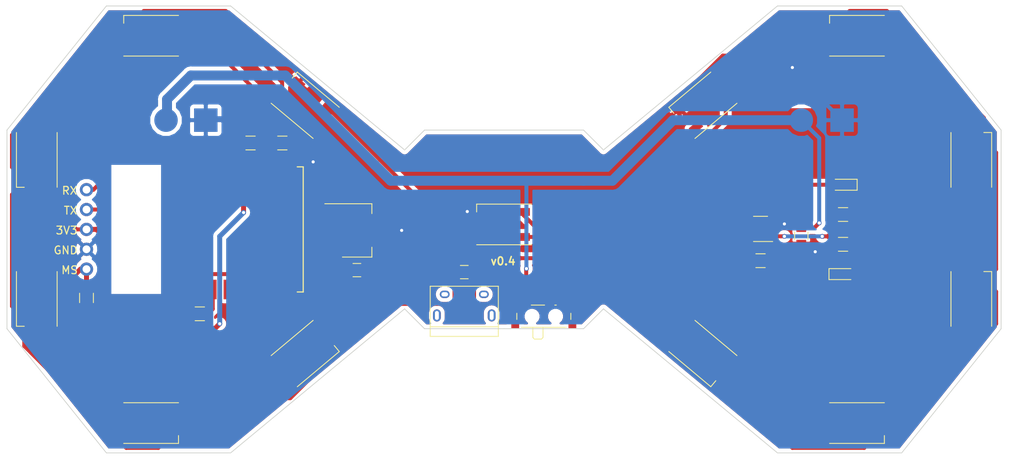
<source format=kicad_pcb>
(kicad_pcb (version 20171130) (host pcbnew "(5.0.1-3-g963ef8bb5)")
  (layers (0 F.Cu signal) (31 B.Cu signal) (34 B.Paste user hide) (35 F.Paste user hide) (36 B.SilkS user) (37 F.SilkS user) (38 B.Mask user) (39 F.Mask user) (44 Edge.Cuts user))
  (net 0 "")
  (net 1 GND)
  (net 2 +3V3)
  (net 3 "Net-(J1-Pad6)")
  (net 4 "Net-(J2-Pad1)")
  (net 5 "Net-(J4-Pad1)")
  (net 6 "Net-(LED1-Pad2)")
  (net 7 "Net-(LED2-Pad2)")
  (net 8 "Net-(LED3-Pad2)")
  (net 9 "Net-(LED4-Pad2)")
  (net 10 "Net-(LED5-Pad2)")
  (net 11 "Net-(LED6-Pad2)")
  (net 12 "Net-(LED7-Pad2)")
  (net 13 "Net-(LED8-Pad2)")
  (net 14 "Net-(LED10-Pad4)")
  (net 15 "Net-(LED10-Pad2)")
  (net 16 "Net-(LED11-Pad2)")
  (net 17 "Net-(LED12-Pad2)")
  (net 18 "Net-(R2-Pad1)")
  (net 19 "Net-(10uF1-Pad1)")
  (net 20 "Net-(10uF2-Pad1)")
  (net 21 "Net-(R470-Pad1)")
  (net 22 "Net-(D1-Pad1)")
  (net 23 "Net-(D2-Pad2)")
  (net 24 +BATT)
  (net 25 "Net-(J5-Pad1)")
  (net 26 LED_SIG)
  (net 27 "Net-(R1-Pad2)")
  (net 28 "Net-(R3-Pad1)")
  (net 29 "Net-(R5-Pad2)")
  (module LEDs:LED_WS2812B-PLCC4 (layer F.Cu) (at 50.8 57.15 40)
    (fp_text reference LED1 hide)
    (fp_text value WS2812B)
    (pad 3 smd rect (at 2.5 1.6 40) (size 1.6 1) (layers F.Cu F.Paste F.Mask) (net 1 GND))
    (pad 4 smd rect (at 2.5 -1.6 40) (size 1.6 1) (layers F.Cu F.Paste F.Mask) (net 26 LED_SIG))
    (pad 2 smd rect (at -2.5 1.6 40) (size 1.6 1) (layers F.Cu F.Paste F.Mask) (net 6 "Net-(LED1-Pad2)"))
    (pad 1 smd rect (at -2.5 -1.6 40) (size 1.6 1) (layers F.Cu F.Paste F.Mask) (net 24 +BATT))
  )
  (module LEDs:LED_WS2812B-PLCC4 (layer F.Cu) (at 31.115 66.04)
    (fp_text reference LED2 hide)
    (fp_text value WS2812B)
    (pad 3 smd rect (at 2.5 1.6) (size 1.6 1) (layers F.Cu F.Paste F.Mask) (net 1 GND))
    (pad 4 smd rect (at 2.5 -1.6) (size 1.6 1) (layers F.Cu F.Paste F.Mask) (net 6 "Net-(LED1-Pad2)"))
    (pad 2 smd rect (at -2.5 1.6) (size 1.6 1) (layers F.Cu F.Paste F.Mask) (net 7 "Net-(LED2-Pad2)"))
    (pad 1 smd rect (at -2.5 -1.6) (size 1.6 1) (layers F.Cu F.Paste F.Mask) (net 24 +BATT))
  )
  (module LEDs:LED_WS2812B-PLCC4 (layer F.Cu) (at 16.51 50.165 270)
    (fp_text reference LED3 hide)
    (fp_text value WS2812B)
    (pad 3 smd rect (at 2.5 1.6 270) (size 1.6 1) (layers F.Cu F.Paste F.Mask) (net 1 GND))
    (pad 4 smd rect (at 2.5 -1.6 270) (size 1.6 1) (layers F.Cu F.Paste F.Mask) (net 7 "Net-(LED2-Pad2)"))
    (pad 2 smd rect (at -2.5 1.6 270) (size 1.6 1) (layers F.Cu F.Paste F.Mask) (net 8 "Net-(LED3-Pad2)"))
    (pad 1 smd rect (at -2.5 -1.6 270) (size 1.6 1) (layers F.Cu F.Paste F.Mask) (net 24 +BATT))
  )
  (module LEDs:LED_WS2812B-PLCC4 (layer F.Cu) (at 16.51 32.385 270)
    (fp_text reference LED4 hide)
    (fp_text value WS2812B)
    (pad 3 smd rect (at 2.5 1.6 270) (size 1.6 1) (layers F.Cu F.Paste F.Mask) (net 1 GND))
    (pad 4 smd rect (at 2.5 -1.6 270) (size 1.6 1) (layers F.Cu F.Paste F.Mask) (net 8 "Net-(LED3-Pad2)"))
    (pad 2 smd rect (at -2.5 1.6 270) (size 1.6 1) (layers F.Cu F.Paste F.Mask) (net 9 "Net-(LED4-Pad2)"))
    (pad 1 smd rect (at -2.5 -1.6 270) (size 1.6 1) (layers F.Cu F.Paste F.Mask) (net 24 +BATT))
  )
  (module LEDs:LED_WS2812B-PLCC4 (layer F.Cu) (at 31.115 16.51 180)
    (fp_text reference LED5 hide)
    (fp_text value WS2812B)
    (pad 3 smd rect (at 2.5 1.6 180) (size 1.6 1) (layers F.Cu F.Paste F.Mask) (net 1 GND))
    (pad 4 smd rect (at 2.5 -1.6 180) (size 1.6 1) (layers F.Cu F.Paste F.Mask) (net 9 "Net-(LED4-Pad2)"))
    (pad 2 smd rect (at -2.5 1.6 180) (size 1.6 1) (layers F.Cu F.Paste F.Mask) (net 10 "Net-(LED5-Pad2)"))
    (pad 1 smd rect (at -2.5 -1.6 180) (size 1.6 1) (layers F.Cu F.Paste F.Mask) (net 24 +BATT))
  )
  (module LEDs:LED_WS2812B-PLCC4 (layer F.Cu) (at 50.8 25.4 140)
    (fp_text reference LED6 hide)
    (fp_text value WS2812B)
    (pad 3 smd rect (at 2.5 1.6 140) (size 1.6 1) (layers F.Cu F.Paste F.Mask) (net 1 GND))
    (pad 4 smd rect (at 2.5 -1.6 140) (size 1.6 1) (layers F.Cu F.Paste F.Mask) (net 10 "Net-(LED5-Pad2)"))
    (pad 2 smd rect (at -2.5 1.6 140) (size 1.6 1) (layers F.Cu F.Paste F.Mask) (net 11 "Net-(LED6-Pad2)"))
    (pad 1 smd rect (at -2.5 -1.6 140) (size 1.6 1) (layers F.Cu F.Paste F.Mask) (net 24 +BATT))
  )
  (module LEDs:LED_WS2812B-PLCC4 (layer F.Cu) (at 76.2 40.64 180)
    (fp_text reference LED7 hide)
    (fp_text value WS2812B)
    (pad 3 smd rect (at 2.5 1.6 180) (size 1.6 1) (layers F.Cu F.Paste F.Mask) (net 1 GND))
    (pad 4 smd rect (at 2.5 -1.6 180) (size 1.6 1) (layers F.Cu F.Paste F.Mask) (net 11 "Net-(LED6-Pad2)"))
    (pad 2 smd rect (at -2.5 1.6 180) (size 1.6 1) (layers F.Cu F.Paste F.Mask) (net 12 "Net-(LED7-Pad2)"))
    (pad 1 smd rect (at -2.5 -1.6 180) (size 1.6 1) (layers F.Cu F.Paste F.Mask) (net 24 +BATT))
  )
  (module LEDs:LED_WS2812B-PLCC4 (layer F.Cu) (at 101.6 25.4 220)
    (fp_text reference LED8 hide)
    (fp_text value WS2812B)
    (pad 3 smd rect (at 2.5 1.6 220) (size 1.6 1) (layers F.Cu F.Paste F.Mask) (net 1 GND))
    (pad 4 smd rect (at 2.5 -1.6 220) (size 1.6 1) (layers F.Cu F.Paste F.Mask) (net 12 "Net-(LED7-Pad2)"))
    (pad 2 smd rect (at -2.5 1.6 220) (size 1.6 1) (layers F.Cu F.Paste F.Mask) (net 13 "Net-(LED8-Pad2)"))
    (pad 1 smd rect (at -2.5 -1.6 220) (size 1.6 1) (layers F.Cu F.Paste F.Mask) (net 24 +BATT))
  )
  (module LEDs:LED_WS2812B-PLCC4 (layer F.Cu) (at 121.285 16.51 180)
    (fp_text reference LED9 hide)
    (fp_text value WS2812B)
    (pad 3 smd rect (at 2.5 1.6 180) (size 1.6 1) (layers F.Cu F.Paste F.Mask) (net 1 GND))
    (pad 4 smd rect (at 2.5 -1.6 180) (size 1.6 1) (layers F.Cu F.Paste F.Mask) (net 13 "Net-(LED8-Pad2)"))
    (pad 2 smd rect (at -2.5 1.6 180) (size 1.6 1) (layers F.Cu F.Paste F.Mask) (net 14 "Net-(LED10-Pad4)"))
    (pad 1 smd rect (at -2.5 -1.6 180) (size 1.6 1) (layers F.Cu F.Paste F.Mask) (net 24 +BATT))
  )
  (module Buttons_Switches_SMD:SW_SPDT_PCM12 (layer F.Cu) (at 81.28 52.07)
    (fp_text reference SW1 hide)
    (fp_text value SW_SPDT)
    (pad "" np_thru_hole circle (at -1.5 0.33) (size 0.9 0.9) (drill 0.9) (layers *.Cu *.Mask))
    (pad "" np_thru_hole circle (at 1.5 0.33) (size 0.9 0.9) (drill 0.9) (layers *.Cu *.Mask))
    (pad 1 smd rect (at -2.25 -1.43) (size 0.7 1.5) (layers F.Cu F.Paste F.Mask) (net 20 "Net-(10uF2-Pad1)"))
    (pad 2 smd rect (at 0.75 -1.43) (size 0.7 1.5) (layers F.Cu F.Paste F.Mask) (net 24 +BATT))
    (pad 3 smd rect (at 2.25 -1.43) (size 0.7 1.5) (layers F.Cu F.Paste F.Mask))
    (pad "" smd rect (at -3.65 1.43) (size 1 0.8) (layers F.Cu F.Paste F.Mask))
    (pad "" smd rect (at 3.65 1.43) (size 1 0.8) (layers F.Cu F.Paste F.Mask))
    (pad "" smd rect (at 3.65 -0.78) (size 1 0.8) (layers F.Cu F.Paste F.Mask))
    (pad "" smd rect (at -3.65 -0.78) (size 1 0.8) (layers F.Cu F.Paste F.Mask))
  )
  (module LEDs:LED_WS2812B-PLCC4 (layer F.Cu) (at 135.89 32.385 90)
    (fp_text reference LED10 hide)
    (fp_text value WS2812B)
    (pad 3 smd rect (at 2.5 1.6 90) (size 1.6 1) (layers F.Cu F.Paste F.Mask) (net 1 GND))
    (pad 4 smd rect (at 2.5 -1.6 90) (size 1.6 1) (layers F.Cu F.Paste F.Mask) (net 14 "Net-(LED10-Pad4)"))
    (pad 2 smd rect (at -2.5 1.6 90) (size 1.6 1) (layers F.Cu F.Paste F.Mask) (net 15 "Net-(LED10-Pad2)"))
    (pad 1 smd rect (at -2.5 -1.6 90) (size 1.6 1) (layers F.Cu F.Paste F.Mask) (net 24 +BATT))
  )
  (module LEDs:LED_WS2812B-PLCC4 (layer F.Cu) (at 135.89 50.165 90)
    (fp_text reference LED11 hide)
    (fp_text value WS2812B)
    (pad 3 smd rect (at 2.5 1.6 90) (size 1.6 1) (layers F.Cu F.Paste F.Mask) (net 1 GND))
    (pad 4 smd rect (at 2.5 -1.6 90) (size 1.6 1) (layers F.Cu F.Paste F.Mask) (net 15 "Net-(LED10-Pad2)"))
    (pad 2 smd rect (at -2.5 1.6 90) (size 1.6 1) (layers F.Cu F.Paste F.Mask) (net 16 "Net-(LED11-Pad2)"))
    (pad 1 smd rect (at -2.5 -1.6 90) (size 1.6 1) (layers F.Cu F.Paste F.Mask) (net 24 +BATT))
  )
  (module LEDs:LED_WS2812B-PLCC4 (layer F.Cu) (at 121.285 66.04)
    (fp_text reference LED12 hide)
    (fp_text value WS2812B)
    (pad 3 smd rect (at 2.5 1.6) (size 1.6 1) (layers F.Cu F.Paste F.Mask) (net 1 GND))
    (pad 4 smd rect (at 2.5 -1.6) (size 1.6 1) (layers F.Cu F.Paste F.Mask) (net 16 "Net-(LED11-Pad2)"))
    (pad 2 smd rect (at -2.5 1.6) (size 1.6 1) (layers F.Cu F.Paste F.Mask) (net 17 "Net-(LED12-Pad2)"))
    (pad 1 smd rect (at -2.5 -1.6) (size 1.6 1) (layers F.Cu F.Paste F.Mask) (net 24 +BATT))
  )
  (module LEDs:LED_WS2812B-PLCC4 (layer F.Cu) (at 101.6 57.15 320)
    (fp_text reference LED13 hide)
    (fp_text value WS2812B)
    (pad 3 smd rect (at 2.5 1.6 320) (size 1.6 1) (layers F.Cu F.Paste F.Mask) (net 1 GND))
    (pad 4 smd rect (at 2.5 -1.6 320) (size 1.6 1) (layers F.Cu F.Paste F.Mask) (net 17 "Net-(LED12-Pad2)"))
    (pad 2 smd rect (at -2.5 1.6 320) (size 1.6 1) (layers F.Cu F.Paste F.Mask))
    (pad 1 smd rect (at -2.5 -1.6 320) (size 1.6 1) (layers F.Cu F.Paste F.Mask) (net 24 +BATT))
  )
  (module Measurement_Points:Measurement_Point_Round-SMD-Pad_Big (layer F.Cu) (at 114.173 27.305)
    (fp_text reference J8 hide)
    (fp_text value VBATT1)
    (pad 1 smd circle (at 0 0) (size 3 3) (layers B.Cu B.Mask) (net 20 "Net-(10uF2-Pad1)"))
  )
  (module Measurement_Points:Measurement_Point_Round-SMD-Pad_Big (layer F.Cu) (at 33.02 27.305)
    (fp_text reference J9 hide)
    (fp_text value VBATT2)
    (pad 1 smd circle (at 0 0) (size 3 3) (layers B.Cu B.Mask) (net 20 "Net-(10uF2-Pad1)"))
  )
  (module TO_SOT_Packages_SMD:SOT-223 (layer F.Cu) (at 57.404 41.402)
    (fp_text reference U2 hide)
    (fp_text value MCP1826S-3302E)
    (pad 4 smd rect (at 3.15 0) (size 2 3.8) (layers F.Cu F.Paste F.Mask) (net 1 GND))
    (pad 2 smd rect (at -3.15 0) (size 2 1.5) (layers F.Cu F.Paste F.Mask) (net 1 GND))
    (pad 3 smd rect (at -3.15 2.3) (size 2 1.5) (layers F.Cu F.Paste F.Mask) (net 2 +3V3))
    (pad 1 smd rect (at -3.15 -2.3) (size 2 1.5) (layers F.Cu F.Paste F.Mask) (net 24 +BATT))
  )
  (module Measurement_Points:Measurement_Point_Square-SMD-Pad_Big (layer F.Cu) (at 119.38 27.305)
    (fp_text reference J6 hide)
    (fp_text value GND_BATT1)
    (pad 1 smd rect (at 0 0) (size 3 3) (layers B.Cu B.Mask) (net 1 GND))
  )
  (module Measurement_Points:Measurement_Point_Square-SMD-Pad_Big (layer F.Cu) (at 38.1 27.305)
    (fp_text reference J7 hide)
    (fp_text value GND_BATT2)
    (pad 1 smd rect (at 0 0) (size 3 3) (layers B.Cu B.Mask) (net 1 GND))
  )
  (module ESP8266:ESP-12E_SMD (layer F.Cu) (at 34.925 48.26 90)
    (fp_text reference U3 hide)
    (fp_text value ESP-12F hide)
    (pad 1 smd rect (at 0 0 90) (size 2.5 1.1) (drill (offset -0.7 0)) (layers F.Cu F.Paste F.Mask))
    (pad 2 smd rect (at 0 2 90) (size 2.5 1.1) (drill (offset -0.7 0)) (layers F.Cu F.Paste F.Mask))
    (pad 3 smd rect (at 0 4 90) (size 2.5 1.1) (drill (offset -0.7 0)) (layers F.Cu F.Paste F.Mask) (net 27 "Net-(R1-Pad2)"))
    (pad 4 smd rect (at 0 6 90) (size 2.5 1.1) (drill (offset -0.7 0)) (layers F.Cu F.Paste F.Mask))
    (pad 5 smd rect (at 0 8 90) (size 2.5 1.1) (drill (offset -0.7 0)) (layers F.Cu F.Paste F.Mask))
    (pad 6 smd rect (at 0 10 90) (size 2.5 1.1) (drill (offset -0.7 0)) (layers F.Cu F.Paste F.Mask) (net 26 LED_SIG))
    (pad 7 smd rect (at 0 12 90) (size 2.5 1.1) (drill (offset -0.7 0)) (layers F.Cu F.Paste F.Mask))
    (pad 8 smd rect (at 0 14 90) (size 2.5 1.1) (drill (offset -0.7 0)) (layers F.Cu F.Paste F.Mask) (net 2 +3V3))
    (pad 9 smd rect (at 14 14 90) (size 2.5 1.1) (drill (offset 0.7 0)) (layers F.Cu F.Paste F.Mask) (net 1 GND))
    (pad 10 smd rect (at 14 12 90) (size 2.5 1.1) (drill (offset 0.7 0)) (layers F.Cu F.Paste F.Mask) (net 28 "Net-(R3-Pad1)"))
    (pad 11 smd rect (at 14 10 90) (size 2.5 1.1) (drill (offset 0.7 0)) (layers F.Cu F.Paste F.Mask) (net 29 "Net-(R5-Pad2)"))
    (pad 12 smd rect (at 14 8 90) (size 2.5 1.1) (drill (offset 0.7 0)) (layers F.Cu F.Paste F.Mask) (net 25 "Net-(J5-Pad1)"))
    (pad 13 smd rect (at 14 6 90) (size 2.5 1.1) (drill (offset 0.7 0)) (layers F.Cu F.Paste F.Mask))
    (pad 14 smd rect (at 14 4 90) (size 2.5 1.1) (drill (offset 0.7 0)) (layers F.Cu F.Paste F.Mask))
    (pad 15 smd rect (at 14 2 90) (size 2.5 1.1) (drill (offset 0.7 0)) (layers F.Cu F.Paste F.Mask) (net 4 "Net-(J2-Pad1)"))
    (pad 16 smd rect (at 14 0 90) (size 2.5 1.1) (drill (offset 0.7 0)) (layers F.Cu F.Paste F.Mask) (net 5 "Net-(J4-Pad1)"))
    (pad 17 smd rect (at 1.99 15 180) (size 2.5 1.1) (drill (offset -0.7 0)) (layers F.Cu F.Paste F.Mask))
    (pad 18 smd rect (at 3.99 15 180) (size 2.5 1.1) (drill (offset -0.7 0)) (layers F.Cu F.Paste F.Mask))
    (pad 19 smd rect (at 5.99 15 180) (size 2.5 1.1) (drill (offset -0.7 0)) (layers F.Cu F.Paste F.Mask))
    (pad 20 smd rect (at 7.99 15 180) (size 2.5 1.1) (drill (offset -0.7 0)) (layers F.Cu F.Paste F.Mask))
    (pad 21 smd rect (at 9.99 15 180) (size 2.5 1.1) (drill (offset -0.7 0)) (layers F.Cu F.Paste F.Mask))
    (pad 22 smd rect (at 11.99 15 180) (size 2.5 1.1) (drill (offset -0.7 0)) (layers F.Cu F.Paste F.Mask))
  )
  (module TO_SOT_Packages_SMD:SOT-23-5 (layer F.Cu) (at 108.966 41.2115 180)
    (fp_text reference U1 hide)
    (fp_text value MCP73831-2-OT)
    (pad 1 smd rect (at -1.1 -0.95 180) (size 1.06 0.65) (layers F.Cu F.Paste F.Mask) (net 21 "Net-(R470-Pad1)"))
    (pad 2 smd rect (at -1.1 0 180) (size 1.06 0.65) (layers F.Cu F.Paste F.Mask) (net 1 GND))
    (pad 3 smd rect (at -1.1 0.95 180) (size 1.06 0.65) (layers F.Cu F.Paste F.Mask) (net 20 "Net-(10uF2-Pad1)"))
    (pad 4 smd rect (at 1.1 0.95 180) (size 1.06 0.65) (layers F.Cu F.Paste F.Mask) (net 19 "Net-(10uF1-Pad1)"))
    (pad 5 smd rect (at 1.1 -0.95 180) (size 1.06 0.65) (layers F.Cu F.Paste F.Mask) (net 18 "Net-(R2-Pad1)"))
  )
  (module Capacitors_SMD:C_0805 (layer F.Cu) (at 57.404 46.482)
    (fp_text reference 1uF3 hide)
    (fp_text value C)
    (pad 1 smd rect (at -1 0) (size 1 1.25) (layers F.Cu F.Paste F.Mask) (net 2 +3V3))
    (pad 2 smd rect (at 1 0) (size 1 1.25) (layers F.Cu F.Paste F.Mask) (net 1 GND))
  )
  (module Capacitors_SMD:C_0805 (layer F.Cu) (at 71.12 46.736)
    (fp_text reference 10uF1 hide)
    (fp_text value C)
    (pad 1 smd rect (at -1 0) (size 1 1.25) (layers F.Cu F.Paste F.Mask) (net 19 "Net-(10uF1-Pad1)"))
    (pad 2 smd rect (at 1 0) (size 1 1.25) (layers F.Cu F.Paste F.Mask) (net 1 GND))
  )
  (module Capacitors_SMD:C_0805 (layer F.Cu) (at 114.173 42.1005 270)
    (fp_text reference 10uF2 hide)
    (fp_text value C)
    (pad 1 smd rect (at -1 0 270) (size 1 1.25) (layers F.Cu F.Paste F.Mask) (net 20 "Net-(10uF2-Pad1)"))
    (pad 2 smd rect (at 1 0 270) (size 1 1.25) (layers F.Cu F.Paste F.Mask) (net 1 GND))
  )
  (module LEDs:LED_0805 (layer F.Cu) (at 119.507 35.56 180)
    (fp_text reference D1 hide)
    (fp_text value LED)
    (pad 2 smd rect (at 1.1 0) (size 1.2 1.2) (layers F.Cu F.Paste F.Mask) (net 19 "Net-(10uF1-Pad1)"))
    (pad 1 smd rect (at -1.1 0) (size 1.2 1.2) (layers F.Cu F.Paste F.Mask) (net 22 "Net-(D1-Pad1)"))
  )
  (module LEDs:LED_0805 (layer F.Cu) (at 119.507 46.99)
    (fp_text reference D2 hide)
    (fp_text value LED)
    (pad 2 smd rect (at 1.1 0 180) (size 1.2 1.2) (layers F.Cu F.Paste F.Mask) (net 23 "Net-(D2-Pad2)"))
    (pad 1 smd rect (at -1.1 0 180) (size 1.2 1.2) (layers F.Cu F.Paste F.Mask) (net 1 GND))
  )
  (module Connectors:USB_Micro-B (layer F.Cu) (at 71.12 50.927)
    (fp_text reference J1 hide)
    (fp_text value USB_OTG)
    (pad 1 smd rect (at -1.3 -1.35 90) (size 1.35 0.4) (layers F.Cu F.Paste F.Mask) (net 19 "Net-(10uF1-Pad1)"))
    (pad 2 smd rect (at -0.65 -1.35 90) (size 1.35 0.4) (layers F.Cu F.Paste F.Mask))
    (pad 3 smd rect (at 0 -1.35 90) (size 1.35 0.4) (layers F.Cu F.Paste F.Mask))
    (pad 4 smd rect (at 0.65 -1.35 90) (size 1.35 0.4) (layers F.Cu F.Paste F.Mask))
    (pad 5 smd rect (at 1.3 -1.35 90) (size 1.35 0.4) (layers F.Cu F.Paste F.Mask) (net 1 GND))
    (pad 6 thru_hole oval (at -2.5 -1.35 90) (size 0.95 1.25) (drill oval 0.55 0.85) (layers *.Cu *.Mask) (net 3 "Net-(J1-Pad6)"))
    (pad 6 thru_hole oval (at 2.5 -1.35 90) (size 0.95 1.25) (drill oval 0.55 0.85) (layers *.Cu *.Mask) (net 3 "Net-(J1-Pad6)"))
    (pad 6 thru_hole oval (at -3.5 1.35 90) (size 1.55 1) (drill oval 1.15 0.5) (layers *.Cu *.Mask) (net 3 "Net-(J1-Pad6)"))
    (pad 6 thru_hole oval (at 3.5 1.35 90) (size 1.55 1) (drill oval 1.15 0.5) (layers *.Cu *.Mask) (net 3 "Net-(J1-Pad6)"))
  )
  (module Resistors_SMD:R_0805 (layer F.Cu) (at 37.338 52.07)
    (fp_text reference R1 hide)
    (fp_text value 10K)
    (pad 1 smd rect (at -0.95 0) (size 0.7 1.3) (layers F.Cu F.Paste F.Mask) (net 2 +3V3))
    (pad 2 smd rect (at 0.95 0) (size 0.7 1.3) (layers F.Cu F.Paste F.Mask) (net 27 "Net-(R1-Pad2)"))
  )
  (module Resistors_SMD:R_0805 (layer F.Cu) (at 108.966 45.2755)
    (fp_text reference R2 hide)
    (fp_text value 2K)
    (pad 1 smd rect (at -0.95 0) (size 0.7 1.3) (layers F.Cu F.Paste F.Mask) (net 18 "Net-(R2-Pad1)"))
    (pad 2 smd rect (at 0.95 0) (size 0.7 1.3) (layers F.Cu F.Paste F.Mask) (net 1 GND))
  )
  (module Resistors_SMD:R_0805 (layer F.Cu) (at 47.879 30.226)
    (fp_text reference R3 hide)
    (fp_text value 10K)
    (pad 1 smd rect (at -0.95 0) (size 0.7 1.3) (layers F.Cu F.Paste F.Mask) (net 28 "Net-(R3-Pad1)"))
    (pad 2 smd rect (at 0.95 0) (size 0.7 1.3) (layers F.Cu F.Paste F.Mask) (net 1 GND))
  )
  (module Resistors_SMD:R_0805 (layer F.Cu) (at 22.86 50.038 90)
    (fp_text reference R4 hide)
    (fp_text value 10K)
    (pad 1 smd rect (at -0.95 0 90) (size 0.7 1.3) (layers F.Cu F.Paste F.Mask) (net 2 +3V3))
    (pad 2 smd rect (at 0.95 0 90) (size 0.7 1.3) (layers F.Cu F.Paste F.Mask) (net 25 "Net-(J5-Pad1)"))
  )
  (module Resistors_SMD:R_0805 (layer F.Cu) (at 43.815 30.226)
    (fp_text reference R5 hide)
    (fp_text value 10K)
    (pad 1 smd rect (at -0.95 0) (size 0.7 1.3) (layers F.Cu F.Paste F.Mask) (net 2 +3V3))
    (pad 2 smd rect (at 0.95 0) (size 0.7 1.3) (layers F.Cu F.Paste F.Mask) (net 29 "Net-(R5-Pad2)"))
  )
  (module Resistors_SMD:R_0805 (layer F.Cu) (at 119.507 39.37)
    (fp_text reference R470 hide)
    (fp_text value R)
    (pad 1 smd rect (at -0.95 0) (size 0.7 1.3) (layers F.Cu F.Paste F.Mask) (net 21 "Net-(R470-Pad1)"))
    (pad 2 smd rect (at 0.95 0) (size 0.7 1.3) (layers F.Cu F.Paste F.Mask) (net 22 "Net-(D1-Pad1)"))
  )
  (module Resistors_SMD:R_0805 (layer F.Cu) (at 119.507 43.18)
    (fp_text reference R470_1 hide)
    (fp_text value R)
    (pad 1 smd rect (at -0.95 0) (size 0.7 1.3) (layers F.Cu F.Paste F.Mask) (net 21 "Net-(R470-Pad1)"))
    (pad 2 smd rect (at 0.95 0) (size 0.7 1.3) (layers F.Cu F.Paste F.Mask) (net 23 "Net-(D2-Pad2)"))
  )
  (module stephen:Pin_Header_Straight_1x01_Pitch2.54mm_NO_SILK (layer F.Cu) (at 22.86 43.815)
    (fp_text reference J11 hide)
    (fp_text value POGO_GND)
    (pad 1 thru_hole circle (at 0 0) (size 1.7 1.7) (drill 1) (layers *.Cu *.Mask) (net 1 GND))
  )
  (module stephen:Pin_Header_Straight_1x01_Pitch2.54mm_NO_SILK (layer F.Cu) (at 22.86 41.275)
    (fp_text reference J10 hide)
    (fp_text value POGO_3V3)
    (pad 1 thru_hole circle (at 0 0) (size 1.7 1.7) (drill 1) (layers *.Cu *.Mask) (net 2 +3V3))
  )
  (module stephen:Pin_Header_Straight_1x01_Pitch2.54mm_NO_SILK (layer F.Cu) (at 22.86 46.355)
    (fp_text reference J5 hide)
    (fp_text value BOOT2)
    (pad 1 thru_hole circle (at 0 0) (size 1.7 1.7) (drill 1) (layers *.Cu *.Mask) (net 25 "Net-(J5-Pad1)"))
  )
  (module stephen:Pin_Header_Straight_1x01_Pitch2.54mm_NO_SILK (layer F.Cu) (at 22.86 38.735)
    (fp_text reference J4 hide)
    (fp_text value POGO_TX)
    (pad 1 thru_hole circle (at 0 0) (size 1.7 1.7) (drill 1) (layers *.Cu *.Mask) (net 5 "Net-(J4-Pad1)"))
  )
  (module stephen:Pin_Header_Straight_1x01_Pitch2.54mm_NO_SILK (layer F.Cu) (at 22.86 36.195)
    (fp_text reference J2 hide)
    (fp_text value POGO_RX)
    (pad 1 thru_hole circle (at 0 0) (size 1.7 1.7) (drill 1) (layers *.Cu *.Mask) (net 4 "Net-(J2-Pad1)"))
  )
  (module stephen:glowtieTitle (layer F.Cu) (at 76.327 33.655)
    (fp_text reference G*** hide)
    (fp_text value LOGO hide)
  )
  (module stephen:stephenEmblem (layer B.Cu) (at 130.048 41.402 270)
    (fp_text reference G*** hide)
    (fp_text value LOGO hide)
  )
  (gr_text v0.4 (at 76.073 45.339) (layer F.SilkS) (effects (font (size 1 1) (thickness 0.2))))
  (gr_text MS (at 20.701 46.482) (layer F.SilkS) (effects (font (size 1 1))))
  (gr_text GND (at 20.193 43.942) (layer F.SilkS) (effects (font (size 1 1))))
  (gr_text 3V3 (at 20.32 41.402) (layer F.SilkS) (effects (font (size 1 1))))
  (gr_text TX (at 20.828 38.862) (layer F.SilkS) (effects (font (size 1 1))))
  (gr_text RX (at 20.701 36.322) (layer F.SilkS) (effects (font (size 1 1))))
  (gr_line (start 12.7 28.575) (end 12.7 53.975) (angle 90) (layer Edge.Cuts) (width 0.1))
  (gr_line (start 139.7 53.975) (end 139.7 28.575) (angle 90) (layer Edge.Cuts) (width 0.1))
  (gr_line (start 111.125 69.85) (end 88.9 51.435) (angle 90) (layer Edge.Cuts) (width 0.1))
  (gr_line (start 127 69.85) (end 111.125 69.85) (angle 90) (layer Edge.Cuts) (width 0.1))
  (gr_line (start 139.7 53.975) (end 127 69.85) (angle 90) (layer Edge.Cuts) (width 0.1))
  (gr_line (start 111.125 12.7) (end 88.9 31.115) (angle 90) (layer Edge.Cuts) (width 0.1))
  (gr_line (start 127 12.7) (end 111.125 12.7) (angle 90) (layer Edge.Cuts) (width 0.1))
  (gr_line (start 127 12.7) (end 139.7 28.575) (angle 90) (layer Edge.Cuts) (width 0.1))
  (gr_line (start 86.36 28.575) (end 88.9 31.115) (angle 90) (layer Edge.Cuts) (width 0.1))
  (gr_line (start 66.04 28.575) (end 86.36 28.575) (angle 90) (layer Edge.Cuts) (width 0.1))
  (gr_line (start 63.5 31.115) (end 66.04 28.575) (angle 90) (layer Edge.Cuts) (width 0.1))
  (gr_line (start 63.5 31.115) (end 41.275 12.7) (angle 90) (layer Edge.Cuts) (width 0.1))
  (gr_line (start 41.275 69.85) (end 63.5 51.435) (angle 90) (layer Edge.Cuts) (width 0.1))
  (gr_line (start 66.04 53.975) (end 63.5 51.435) (angle 90) (layer Edge.Cuts) (width 0.1))
  (gr_line (start 76.2 53.975) (end 66.04 53.975) (angle 90) (layer Edge.Cuts) (width 0.1))
  (gr_line (start 86.36 53.975) (end 88.9 51.435) (angle 90) (layer Edge.Cuts) (width 0.1))
  (gr_line (start 76.2 53.975) (end 86.36 53.975) (angle 90) (layer Edge.Cuts) (width 0.1))
  (gr_line (start 25.4 12.7) (end 41.275 12.7) (angle 90) (layer Edge.Cuts) (width 0.1))
  (gr_line (start 25.4 69.85) (end 41.275 69.85) (angle 90) (layer Edge.Cuts) (width 0.1))
  (gr_line (start 12.7 53.975) (end 25.4 69.85) (angle 90) (layer Edge.Cuts) (width 0.1))
  (gr_line (start 25.4 12.7) (end 12.7 28.575) (angle 90) (layer Edge.Cuts) (width 0.1))
  (segment (start 110.066 41.2115) (end 111.379 41.2115) (width 0.508) (layer F.Cu) (net 1))
  (segment (start 111.5695 44.1325) (end 115.951 44.1325) (width 0.508) (layer B.Cu) (net 1))
  (segment (start 110.363 42.926) (end 111.5695 44.1325) (width 0.508) (layer B.Cu) (net 1))
  (segment (start 110.363 41.2115) (end 110.363 42.926) (width 0.508) (layer B.Cu) (net 1))
  (segment (start 110.998 40.5765) (end 110.363 41.2115) (width 0.508) (layer B.Cu) (net 1))
  (segment (start 112.014 40.5765) (end 110.998 40.5765) (width 0.508) (layer B.Cu) (net 1))
  (via (at 112.014 40.5765) (size 0.6) (drill 0.4) (layers F.Cu B.Cu) (net 1))
  (segment (start 111.379 41.2115) (end 112.014 40.5765) (width 0.508) (layer F.Cu) (net 1))
  (segment (start 115.205 44.1325) (end 115.951 44.1325) (width 0.508) (layer F.Cu) (net 1))
  (via (at 115.951 44.1325) (size 0.6) (drill 0.4) (layers F.Cu B.Cu) (net 1))
  (segment (start 119.34825 27.33675) (end 119.38 27.305) (width 0.508) (layer B.Cu) (net 1))
  (segment (start 73.7 39.04) (end 76.276 39.04) (width 0.508) (layer F.Cu) (net 1))
  (segment (start 98.656429 29.867571) (end 98.656429 25.781298) (width 0.508) (layer F.Cu) (net 1))
  (segment (start 89.154 39.37) (end 98.656429 29.867571) (width 0.508) (layer F.Cu) (net 1))
  (segment (start 81.407 39.37) (end 89.154 39.37) (width 0.508) (layer F.Cu) (net 1))
  (segment (start 79.883 37.846) (end 81.407 39.37) (width 0.508) (layer F.Cu) (net 1))
  (segment (start 77.47 37.846) (end 79.883 37.846) (width 0.508) (layer F.Cu) (net 1))
  (segment (start 76.276 39.04) (end 77.47 37.846) (width 0.508) (layer F.Cu) (net 1))
  (segment (start 115.205 44.1325) (end 114.173 43.1005) (width 0.508) (layer F.Cu) (net 1))
  (segment (start 65.151 50.927) (end 72.136 50.927) (width 0.254) (layer F.Cu) (net 1))
  (segment (start 65.151 50.927) (end 59.585273 50.927) (width 0.254) (layer F.Cu) (net 1))
  (segment (start 53.743571 56.768702) (end 59.585273 50.927) (width 0.254) (layer F.Cu) (net 1))
  (segment (start 72.42 50.643) (end 72.42 49.577) (width 0.254) (layer F.Cu) (net 1))
  (segment (start 72.136 50.927) (end 72.42 50.643) (width 0.254) (layer F.Cu) (net 1))
  (segment (start 72.42 49.577) (end 72.42 47.036) (width 0.254) (layer F.Cu) (net 1))
  (segment (start 72.42 47.036) (end 72.12 46.736) (width 0.254) (layer F.Cu) (net 1))
  (segment (start 73.649 38.989) (end 71.501 38.989) (width 0.635) (layer F.Cu) (net 1))
  (via (at 71.501 38.989) (size 0.6) (drill 0.4) (layers F.Cu B.Cu) (net 1))
  (segment (start 65.532 38.989) (end 71.501 38.989) (width 0.508) (layer B.Cu) (net 1))
  (segment (start 63.119 41.402) (end 65.532 38.989) (width 0.508) (layer B.Cu) (net 1))
  (via (at 63.119 41.402) (size 0.6) (drill 0.4) (layers F.Cu B.Cu) (net 1))
  (segment (start 63.119 41.402) (end 60.554 41.402) (width 0.508) (layer F.Cu) (net 1))
  (segment (start 73.649 38.989) (end 73.7 39.04) (width 0.635) (layer F.Cu) (net 1))
  (segment (start 48.829 30.226) (end 48.829 34.164) (width 0.635) (layer F.Cu) (net 1))
  (segment (start 48.829 34.164) (end 48.925 34.26) (width 0.635) (layer F.Cu) (net 1))
  (segment (start 72.42 47.286) (end 71.87 46.736) (width 0.254) (layer F.Cu) (net 1))
  (segment (start 113.03 20.574) (end 113.03 20.955) (width 0.508) (layer B.Cu) (net 1))
  (segment (start 113.03 20.955) (end 119.38 27.305) (width 0.508) (layer B.Cu) (net 1))
  (segment (start 114.554 19.05) (end 113.03 20.574) (width 0.508) (layer F.Cu) (net 1))
  (via (at 113.03 20.574) (size 0.6) (drill 0.4) (layers F.Cu B.Cu) (net 1))
  (segment (start 104.14 19.05) (end 99.949 23.241) (width 0.508) (layer F.Cu) (net 1))
  (segment (start 99.949 23.241) (end 98.425 24.765) (width 0.508) (layer F.Cu) (net 1))
  (segment (start 98.425 24.765) (end 98.425 25.549869) (width 0.508) (layer F.Cu) (net 1))
  (segment (start 98.425 25.549869) (end 98.656429 25.781298) (width 0.508) (layer F.Cu) (net 1))
  (segment (start 51.816 34.417) (end 51.816 32.639) (width 0.508) (layer F.Cu) (net 1))
  (via (at 51.816 32.639) (size 0.6) (drill 0.4) (layers F.Cu B.Cu) (net 1))
  (segment (start 51.816 32.639) (end 46.228 27.051) (width 0.508) (layer B.Cu) (net 1))
  (segment (start 46.228 27.051) (end 38.481 27.051) (width 0.508) (layer B.Cu) (net 1))
  (segment (start 38.481 27.051) (end 38.1 26.67) (width 0.508) (layer B.Cu) (net 1))
  (segment (start 52.578 35.179) (end 51.816 34.417) (width 0.635) (layer F.Cu) (net 1))
  (segment (start 53.213 41.402) (end 52.578 40.767) (width 0.635) (layer F.Cu) (net 1))
  (segment (start 52.578 40.767) (end 52.578 35.179) (width 0.635) (layer F.Cu) (net 1))
  (segment (start 54.254 41.402) (end 53.213 41.402) (width 0.635) (layer F.Cu) (net 1))
  (segment (start 51.816 34.417) (end 49.082 34.417) (width 0.635) (layer F.Cu) (net 1))
  (segment (start 49.082 34.417) (end 48.925 34.26) (width 0.635) (layer F.Cu) (net 1))
  (segment (start 54.254 41.402) (end 60.554 41.402) (width 0.635) (layer F.Cu) (net 1))
  (segment (start 33.615 67.64) (end 42.215 67.64) (width 0.5) (layer F.Cu) (net 1))
  (segment (start 42.215 67.64) (end 46.99 62.865) (width 0.5) (layer F.Cu) (net 1))
  (segment (start 46.99 62.865) (end 48.895 62.865) (width 0.5) (layer F.Cu) (net 1))
  (segment (start 48.895 62.865) (end 53.743571 58.016429) (width 0.5) (layer F.Cu) (net 1))
  (segment (start 53.743571 58.016429) (end 53.743571 56.768702) (width 0.5) (layer F.Cu) (net 1))
  (segment (start 14.91 52.665) (end 14.91 56.185) (width 0.5) (layer F.Cu) (net 1))
  (segment (start 14.91 56.185) (end 27.94 69.215) (width 0.5) (layer F.Cu) (net 1))
  (segment (start 27.94 69.215) (end 32.04 69.215) (width 0.5) (layer F.Cu) (net 1))
  (segment (start 32.04 69.215) (end 33.615 67.64) (width 0.5) (layer F.Cu) (net 1))
  (segment (start 14.91 34.885) (end 14.91 35.255) (width 0.5) (layer F.Cu) (net 1))
  (segment (start 14.91 35.255) (end 13.335 36.83) (width 0.5) (layer F.Cu) (net 1))
  (segment (start 13.335 51.09) (end 14.91 52.665) (width 0.5) (layer F.Cu) (net 1))
  (segment (start 13.335 36.83) (end 13.335 51.09) (width 0.5) (layer F.Cu) (net 1))
  (segment (start 28.615 14.91) (end 27.635 14.91) (width 0.5) (layer F.Cu) (net 1))
  (segment (start 13.335 33.31) (end 14.91 34.885) (width 0.5) (layer F.Cu) (net 1))
  (segment (start 13.335 29.21) (end 13.335 33.31) (width 0.5) (layer F.Cu) (net 1))
  (segment (start 27.635 14.91) (end 13.335 29.21) (width 0.5) (layer F.Cu) (net 1))
  (segment (start 49.913349 22.56736) (end 49.87236 22.56736) (width 0.5) (layer F.Cu) (net 1))
  (segment (start 49.87236 22.56736) (end 40.64 13.335) (width 0.5) (layer F.Cu) (net 1))
  (segment (start 30.19 13.335) (end 28.615 14.91) (width 0.5) (layer F.Cu) (net 1))
  (segment (start 40.64 13.335) (end 30.19 13.335) (width 0.5) (layer F.Cu) (net 1))
  (segment (start 104.14 19.05) (end 114.554 19.05) (width 0.5) (layer F.Cu) (net 1))
  (segment (start 114.554 19.05) (end 114.645 19.05) (width 0.5) (layer F.Cu) (net 1))
  (segment (start 114.645 19.05) (end 118.785 14.91) (width 0.5) (layer F.Cu) (net 1))
  (segment (start 137.49 29.885) (end 137.49 27) (width 0.5) (layer F.Cu) (net 1))
  (segment (start 120.36 13.335) (end 118.785 14.91) (width 0.5) (layer F.Cu) (net 1))
  (segment (start 125.095 13.335) (end 120.36 13.335) (width 0.5) (layer F.Cu) (net 1))
  (segment (start 125.73 13.97) (end 125.095 13.335) (width 0.5) (layer F.Cu) (net 1))
  (segment (start 125.73 15.24) (end 125.73 13.97) (width 0.5) (layer F.Cu) (net 1))
  (segment (start 137.49 27) (end 125.73 15.24) (width 0.5) (layer F.Cu) (net 1))
  (segment (start 137.49 47.665) (end 137.755 47.665) (width 0.5) (layer F.Cu) (net 1))
  (segment (start 137.755 47.665) (end 139.065 46.355) (width 0.5) (layer F.Cu) (net 1))
  (segment (start 139.065 31.46) (end 137.49 29.885) (width 0.5) (layer F.Cu) (net 1))
  (segment (start 139.065 46.355) (end 139.065 31.46) (width 0.5) (layer F.Cu) (net 1))
  (segment (start 123.785 67.64) (end 124.765 67.64) (width 0.5) (layer F.Cu) (net 1))
  (segment (start 139.065 49.24) (end 137.49 47.665) (width 0.5) (layer F.Cu) (net 1))
  (segment (start 139.065 53.34) (end 139.065 49.24) (width 0.5) (layer F.Cu) (net 1))
  (segment (start 124.765 67.64) (end 139.065 53.34) (width 0.5) (layer F.Cu) (net 1))
  (segment (start 102.486651 59.98264) (end 103.79764 59.98264) (width 0.5) (layer F.Cu) (net 1))
  (segment (start 122.21 69.215) (end 123.785 67.64) (width 0.5) (layer F.Cu) (net 1))
  (segment (start 113.03 69.215) (end 122.21 69.215) (width 0.5) (layer F.Cu) (net 1))
  (segment (start 103.79764 59.98264) (end 113.03 69.215) (width 0.5) (layer F.Cu) (net 1))
  (segment (start 115.951 44.534) (end 118.407 46.99) (width 0.508) (layer F.Cu) (net 1))
  (segment (start 115.951 44.1325) (end 115.951 44.534) (width 0.508) (layer F.Cu) (net 1))
  (segment (start 22.86 50.988) (end 25.212 50.988) (width 0.635) (layer F.Cu) (net 2))
  (segment (start 25.212 50.988) (end 26.035 50.165) (width 0.635) (layer F.Cu) (net 2))
  (segment (start 36.388 52.07) (end 34.29 52.07) (width 0.635) (layer F.Cu) (net 2))
  (segment (start 34.29 52.07) (end 32.385 50.165) (width 0.635) (layer F.Cu) (net 2))
  (segment (start 42.738 30.099) (end 41.148 30.099) (width 0.508) (layer F.Cu) (net 2))
  (segment (start 21.59 41.275) (end 20.955 40.64) (width 0.508) (layer F.Cu) (net 2))
  (segment (start 20.955 40.64) (end 20.955 32.766) (width 0.508) (layer F.Cu) (net 2))
  (segment (start 20.955 32.766) (end 23.622 30.099) (width 0.508) (layer F.Cu) (net 2))
  (segment (start 23.622 30.099) (end 41.148 30.099) (width 0.508) (layer F.Cu) (net 2))
  (segment (start 21.59 41.275) (end 22.86 41.275) (width 0.508) (layer F.Cu) (net 2))
  (segment (start 42.738 30.099) (end 42.865 30.226) (width 0.508) (layer F.Cu) (net 2))
  (segment (start 42.418 46.99) (end 33.528 46.99) (width 0.508) (layer F.Cu) (net 2))
  (segment (start 48.26 46.99) (end 42.418 46.99) (width 0.508) (layer F.Cu) (net 2))
  (segment (start 33.02 47.498) (end 33.02 49.53) (width 0.635) (layer F.Cu) (net 2))
  (segment (start 33.02 49.53) (end 32.385 50.165) (width 0.635) (layer F.Cu) (net 2))
  (segment (start 32.385 50.165) (end 26.035 50.165) (width 0.635) (layer F.Cu) (net 2))
  (segment (start 48.925 48.26) (end 48.925 47.655) (width 0.635) (layer F.Cu) (net 2))
  (segment (start 48.26 46.99) (end 48.925 47.655) (width 0.635) (layer F.Cu) (net 2))
  (segment (start 33.02 47.498) (end 33.528 46.99) (width 0.635) (layer F.Cu) (net 2))
  (segment (start 24.13 41.275) (end 22.86 41.275) (width 0.635) (layer F.Cu) (net 2))
  (segment (start 24.765 41.91) (end 24.13 41.275) (width 0.635) (layer F.Cu) (net 2))
  (segment (start 24.765 48.895) (end 24.765 41.91) (width 0.635) (layer F.Cu) (net 2))
  (segment (start 26.035 50.165) (end 24.765 48.895) (width 0.635) (layer F.Cu) (net 2))
  (segment (start 48.925 48.26) (end 54.864 48.26) (width 0.635) (layer F.Cu) (net 2))
  (segment (start 54.864 48.26) (end 54.876 48.26) (width 0.635) (layer F.Cu) (net 2))
  (segment (start 54.876 48.26) (end 56.654 46.482) (width 0.635) (layer F.Cu) (net 2))
  (segment (start 56.654 46.482) (end 56.654 46.102) (width 0.635) (layer F.Cu) (net 2))
  (segment (start 56.654 46.102) (end 54.254 43.702) (width 0.635) (layer F.Cu) (net 2))
  (segment (start 22.86 36.195) (end 23.749 36.195) (width 0.508) (layer F.Cu) (net 4))
  (segment (start 36.925 32.099) (end 36.925 34.26) (width 0.508) (layer F.Cu) (net 4))
  (segment (start 36.195 31.369) (end 36.925 32.099) (width 0.508) (layer F.Cu) (net 4))
  (segment (start 25.527 31.369) (end 36.195 31.369) (width 0.508) (layer F.Cu) (net 4))
  (segment (start 24.384 32.512) (end 25.527 31.369) (width 0.508) (layer F.Cu) (net 4))
  (segment (start 24.384 35.56) (end 24.384 32.512) (width 0.508) (layer F.Cu) (net 4))
  (segment (start 23.749 36.195) (end 24.384 35.56) (width 0.508) (layer F.Cu) (net 4))
  (segment (start 36.925 34.26) (end 36.925 32.861) (width 0.254) (layer F.Cu) (net 4))
  (segment (start 36.925 32.48) (end 36.925 34.26) (width 0.254) (layer F.Cu) (net 4))
  (segment (start 33.274 32.258) (end 34.544 32.258) (width 0.508) (layer F.Cu) (net 5))
  (segment (start 24.638 38.735) (end 25.273 38.1) (width 0.508) (layer F.Cu) (net 5))
  (segment (start 25.273 38.1) (end 25.273 32.893) (width 0.508) (layer F.Cu) (net 5))
  (segment (start 25.273 32.893) (end 25.908 32.258) (width 0.508) (layer F.Cu) (net 5))
  (segment (start 25.908 32.258) (end 33.274 32.258) (width 0.508) (layer F.Cu) (net 5))
  (segment (start 22.86 38.735) (end 24.638 38.735) (width 0.508) (layer F.Cu) (net 5))
  (segment (start 34.544 32.258) (end 34.925 32.639) (width 0.508) (layer F.Cu) (net 5))
  (segment (start 34.925 32.639) (end 34.925 34.26) (width 0.508) (layer F.Cu) (net 5))
  (segment (start 34.925 33.909) (end 34.925 34.26) (width 0.508) (layer F.Cu) (net 5))
  (segment (start 34.925 34.26) (end 34.925 33.655) (width 0.254) (layer F.Cu) (net 5))
  (segment (start 22.86 38.735) (end 22.225 38.735) (width 0.254) (layer F.Cu) (net 5))
  (segment (start 33.615 64.44) (end 43.51 64.44) (width 0.5) (layer F.Cu) (net 6))
  (segment (start 47.96736 59.98264) (end 49.913349 59.98264) (width 0.5) (layer F.Cu) (net 6))
  (segment (start 43.51 64.44) (end 47.96736 59.98264) (width 0.5) (layer F.Cu) (net 6))
  (segment (start 18.11 52.665) (end 18.11 57.135) (width 0.5) (layer F.Cu) (net 7))
  (segment (start 18.11 57.135) (end 28.615 67.64) (width 0.5) (layer F.Cu) (net 7))
  (segment (start 18.11 34.885) (end 18.11 44.465) (width 0.5) (layer F.Cu) (net 8))
  (segment (start 18.11 44.465) (end 14.91 47.665) (width 0.5) (layer F.Cu) (net 8))
  (segment (start 14.91 29.885) (end 14.91 29.54) (width 0.5) (layer F.Cu) (net 9))
  (segment (start 14.91 29.54) (end 26.34 18.11) (width 0.5) (layer F.Cu) (net 9))
  (segment (start 26.34 18.11) (end 28.615 18.11) (width 0.5) (layer F.Cu) (net 9))
  (segment (start 47.856429 25.018702) (end 47.856429 22.456429) (width 0.5) (layer F.Cu) (net 10))
  (segment (start 40.31 14.91) (end 33.615 14.91) (width 0.5) (layer F.Cu) (net 10))
  (segment (start 47.856429 22.456429) (end 40.31 14.91) (width 0.5) (layer F.Cu) (net 10))
  (segment (start 73.7 42.24) (end 70.202273 42.24) (width 0.5) (layer F.Cu) (net 11))
  (segment (start 70.202273 42.24) (end 53.743571 25.781298) (width 0.5) (layer F.Cu) (net 11))
  (segment (start 78.7 39.04) (end 78.7 39.457) (width 0.508) (layer F.Cu) (net 12))
  (segment (start 78.7 39.457) (end 80.01 40.767) (width 0.508) (layer F.Cu) (net 12))
  (segment (start 80.01 40.767) (end 89.408 40.767) (width 0.508) (layer F.Cu) (net 12))
  (segment (start 89.408 40.767) (end 100.713349 29.461651) (width 0.508) (layer F.Cu) (net 12))
  (segment (start 100.713349 29.461651) (end 100.713349 28.23264) (width 0.508) (layer F.Cu) (net 12))
  (segment (start 102.486651 22.56736) (end 113.95764 22.56736) (width 0.5) (layer F.Cu) (net 13))
  (segment (start 113.95764 22.56736) (end 114.935 21.59) (width 0.5) (layer F.Cu) (net 13))
  (segment (start 118.785 18.11) (end 118.415 18.11) (width 0.5) (layer F.Cu) (net 13))
  (segment (start 118.415 18.11) (end 114.935 21.59) (width 0.5) (layer F.Cu) (net 13))
  (segment (start 114.935 21.59) (end 114.59264 21.93236) (width 0.5) (layer F.Cu) (net 13))
  (segment (start 134.29 29.885) (end 134.29 26.975) (width 0.5) (layer F.Cu) (net 14))
  (segment (start 125.73 16.855) (end 123.785 14.91) (width 0.5) (layer F.Cu) (net 14))
  (segment (start 125.73 18.415) (end 125.73 16.855) (width 0.5) (layer F.Cu) (net 14))
  (segment (start 134.29 26.975) (end 125.73 18.415) (width 0.5) (layer F.Cu) (net 14))
  (segment (start 137.49 40.945) (end 137.49 44.465) (width 0.5) (layer F.Cu) (net 15))
  (segment (start 137.49 34.885) (end 137.49 40.945) (width 0.5) (layer F.Cu) (net 15))
  (segment (start 137.49 44.465) (end 134.29 47.665) (width 0.5) (layer F.Cu) (net 15))
  (segment (start 123.785 64.44) (end 125.715 64.44) (width 0.5) (layer F.Cu) (net 16))
  (segment (start 125.715 64.44) (end 137.49 52.665) (width 0.5) (layer F.Cu) (net 16))
  (segment (start 118.785 67.64) (end 114.652273 67.64) (width 0.5) (layer F.Cu) (net 17))
  (segment (start 114.652273 67.64) (end 104.543571 57.531298) (width 0.5) (layer F.Cu) (net 17))
  (segment (start 108.016 45.2755) (end 108.016 42.3115) (width 0.508) (layer F.Cu) (net 18))
  (segment (start 108.016 42.3115) (end 107.866 42.1615) (width 0.508) (layer F.Cu) (net 18))
  (segment (start 107.866 40.2615) (end 93.9775 40.2615) (width 0.508) (layer F.Cu) (net 19))
  (segment (start 93.9775 40.2615) (end 89.281 44.958) (width 0.508) (layer F.Cu) (net 19))
  (segment (start 86.614 44.958) (end 89.281 44.958) (width 0.508) (layer F.Cu) (net 19))
  (segment (start 69.82 49.577) (end 69.82 47.036) (width 0.254) (layer F.Cu) (net 19))
  (segment (start 69.82 47.036) (end 70.12 46.736) (width 0.254) (layer F.Cu) (net 19))
  (segment (start 69.82 47.036) (end 70.12 46.736) (width 0.254) (layer F.Cu) (net 19))
  (segment (start 78.105 44.958) (end 86.614 44.958) (width 0.508) (layer F.Cu) (net 19))
  (segment (start 86.614 44.958) (end 86.741 44.958) (width 0.508) (layer F.Cu) (net 19))
  (segment (start 70.37 46.736) (end 70.37 45.708) (width 0.635) (layer F.Cu) (net 19))
  (segment (start 70.37 45.708) (end 71.12 44.958) (width 0.635) (layer F.Cu) (net 19))
  (segment (start 71.12 44.958) (end 78.105 44.958) (width 0.635) (layer F.Cu) (net 19))
  (segment (start 78.105 44.958) (end 78.232 44.958) (width 0.635) (layer F.Cu) (net 19))
  (segment (start 69.82 47.286) (end 70.37 46.736) (width 0.254) (layer F.Cu) (net 19))
  (segment (start 111.3155 35.56) (end 118.407 35.56) (width 0.508) (layer F.Cu) (net 19))
  (segment (start 107.866 39.0095) (end 111.3155 35.56) (width 0.508) (layer F.Cu) (net 19))
  (segment (start 107.866 40.2615) (end 107.866 39.0095) (width 0.508) (layer F.Cu) (net 19))
  (segment (start 110.066 40.2615) (end 110.2335 40.2615) (width 0.508) (layer F.Cu) (net 20))
  (segment (start 110.2335 40.2615) (end 111.252 39.243) (width 0.508) (layer F.Cu) (net 20))
  (segment (start 111.252 39.243) (end 113.0935 39.243) (width 0.508) (layer F.Cu) (net 20))
  (segment (start 113.0935 39.243) (end 114.173 40.3225) (width 0.508) (layer F.Cu) (net 20))
  (segment (start 114.173 40.3225) (end 114.173 41.1005) (width 0.508) (layer F.Cu) (net 20))
  (segment (start 79.03 48.859) (end 79.03 46.319) (width 0.508) (layer F.Cu) (net 20))
  (segment (start 79.03 50.64) (end 79.03 48.859) (width 0.508) (layer F.Cu) (net 20))
  (segment (start 79.0575 46.2915) (end 79.0575 35.052) (width 0.508) (layer B.Cu) (net 20))
  (via (at 79.0575 46.2915) (size 0.6) (drill 0.4) (layers F.Cu B.Cu) (net 20))
  (segment (start 79.03 46.319) (end 79.0575 46.2915) (width 0.508) (layer F.Cu) (net 20))
  (segment (start 79.0575 35.052) (end 79.0575 35.2425) (width 0.508) (layer B.Cu) (net 20))
  (segment (start 79.0575 35.2425) (end 79.0575 35.052) (width 0.508) (layer B.Cu) (net 20))
  (segment (start 116.459 40.4495) (end 116.459 29.591) (width 0.508) (layer B.Cu) (net 20))
  (segment (start 116.459 29.591) (end 114.173 27.305) (width 0.508) (layer B.Cu) (net 20))
  (segment (start 114.173 41.1005) (end 115.808 41.1005) (width 0.508) (layer F.Cu) (net 20))
  (segment (start 116.459 40.4495) (end 115.808 41.1005) (width 0.508) (layer F.Cu) (net 20))
  (via (at 116.459 40.4495) (size 0.6) (drill 0.4) (layers F.Cu B.Cu) (net 20))
  (segment (start 114.173 27.305) (end 114.173 27.432) (width 0.508) (layer B.Cu) (net 20))
  (segment (start 36.195 21.59) (end 33.147 24.638) (width 1.27) (layer B.Cu) (net 20))
  (segment (start 59.690001 33.019999) (end 48.260002 21.59) (width 1.27) (layer B.Cu) (net 20))
  (segment (start 36.195 21.59) (end 48.260002 21.59) (width 1.27) (layer B.Cu) (net 20))
  (segment (start 33.147 24.638) (end 33.147 27.178) (width 1.27) (layer B.Cu) (net 20))
  (segment (start 33.147 27.178) (end 33.02 27.305) (width 1.27) (layer B.Cu) (net 20))
  (segment (start 86.36 35.052) (end 90.043 35.052) (width 1.27) (layer B.Cu) (net 20))
  (segment (start 92.075 33.02) (end 96.52 28.575) (width 1.27) (layer B.Cu) (net 20))
  (segment (start 90.043 35.052) (end 92.075 33.02) (width 1.27) (layer B.Cu) (net 20))
  (segment (start 61.722 35.052) (end 79.0575 35.052) (width 1.27) (layer B.Cu) (net 20))
  (segment (start 79.0575 35.052) (end 86.36 35.052) (width 1.27) (layer B.Cu) (net 20))
  (segment (start 59.690001 33.020001) (end 61.722 35.052) (width 1.27) (layer B.Cu) (net 20))
  (segment (start 59.690001 33.019999) (end 59.690001 33.020001) (width 1.27) (layer B.Cu) (net 20))
  (segment (start 97.79 27.305) (end 114.3 27.305) (width 1.27) (layer B.Cu) (net 20))
  (segment (start 96.52 28.575) (end 97.79 27.305) (width 1.27) (layer B.Cu) (net 20))
  (segment (start 59.690001 33.019999) (end 59.690002 33.02) (width 1.27) (layer B.Cu) (net 20))
  (segment (start 110.066 42.1615) (end 112.0115 42.1615) (width 0.508) (layer F.Cu) (net 21))
  (segment (start 116.84 42.164) (end 116.9035 42.2275) (width 0.508) (layer F.Cu) (net 21))
  (via (at 116.84 42.164) (size 0.6) (drill 0.4) (layers F.Cu B.Cu) (net 21))
  (segment (start 112.014 42.164) (end 116.84 42.164) (width 0.508) (layer B.Cu) (net 21))
  (via (at 112.014 42.164) (size 0.6) (drill 0.4) (layers F.Cu B.Cu) (net 21))
  (segment (start 112.0115 42.1615) (end 112.014 42.164) (width 0.508) (layer F.Cu) (net 21))
  (segment (start 116.84 42.164) (end 116.906 42.164) (width 0.508) (layer F.Cu) (net 21))
  (segment (start 117.541 42.164) (end 118.557 43.18) (width 0.508) (layer F.Cu) (net 21))
  (segment (start 116.84 42.164) (end 117.541 42.164) (width 0.508) (layer F.Cu) (net 21))
  (segment (start 118.557 41.148) (end 118.557 39.37) (width 0.508) (layer F.Cu) (net 21))
  (segment (start 117.541 42.164) (end 118.557 41.148) (width 0.508) (layer F.Cu) (net 21))
  (segment (start 120.457 35.71) (end 120.607 35.56) (width 0.508) (layer F.Cu) (net 22))
  (segment (start 120.457 39.37) (end 120.457 35.71) (width 0.508) (layer F.Cu) (net 22))
  (segment (start 120.457 46.84) (end 120.607 46.99) (width 0.508) (layer F.Cu) (net 23))
  (segment (start 120.457 43.815) (end 120.457 46.84) (width 0.508) (layer F.Cu) (net 23))
  (segment (start 134.29 52.665) (end 130.56 52.665) (width 0.508) (layer F.Cu) (net 24))
  (segment (start 130.56 52.665) (end 118.785 64.44) (width 0.508) (layer F.Cu) (net 24))
  (segment (start 132.715 50.8) (end 132.715 51.09) (width 0.508) (layer F.Cu) (net 24))
  (segment (start 132.715 50.8) (end 132.715 46.355) (width 0.5) (layer F.Cu) (net 24))
  (segment (start 132.715 46.355) (end 135.89 43.18) (width 0.5) (layer F.Cu) (net 24))
  (segment (start 135.89 43.18) (end 135.89 36.485) (width 0.5) (layer F.Cu) (net 24))
  (segment (start 134.29 34.885) (end 135.89 36.485) (width 0.5) (layer F.Cu) (net 24))
  (segment (start 132.715 51.09) (end 134.29 52.665) (width 0.508) (layer F.Cu) (net 24))
  (segment (start 101.5365 30.0355) (end 104.521 27.051) (width 0.508) (layer F.Cu) (net 24))
  (segment (start 104.521 27.051) (end 104.521 25.041273) (width 0.508) (layer F.Cu) (net 24))
  (segment (start 104.521 25.041273) (end 104.543571 25.018702) (width 0.508) (layer F.Cu) (net 24))
  (segment (start 78.7 42.24) (end 89.332 42.24) (width 0.508) (layer F.Cu) (net 24))
  (segment (start 89.332 42.24) (end 101.5365 30.0355) (width 0.508) (layer F.Cu) (net 24))
  (segment (start 101.5365 30.0355) (end 101.6 29.972) (width 0.508) (layer F.Cu) (net 24))
  (segment (start 82.03 50.64) (end 82.03 49.542) (width 0.508) (layer F.Cu) (net 24))
  (segment (start 95.84636 54.31736) (end 100.713349 54.31736) (width 0.508) (layer F.Cu) (net 24))
  (segment (start 90.424 48.895) (end 95.84636 54.31736) (width 0.508) (layer F.Cu) (net 24))
  (segment (start 82.677 48.895) (end 90.424 48.895) (width 0.508) (layer F.Cu) (net 24))
  (segment (start 82.03 49.542) (end 82.677 48.895) (width 0.508) (layer F.Cu) (net 24))
  (segment (start 18.11 47.665) (end 18.11 49.86) (width 0.635) (layer F.Cu) (net 24))
  (segment (start 19.431 55.256) (end 28.615 64.44) (width 0.635) (layer F.Cu) (net 24))
  (segment (start 19.431 51.181) (end 19.431 55.256) (width 0.635) (layer F.Cu) (net 24))
  (segment (start 18.11 49.86) (end 19.431 51.181) (width 0.635) (layer F.Cu) (net 24))
  (segment (start 51.686651 28.23264) (end 54.102 30.647989) (width 0.635) (layer F.Cu) (net 24))
  (segment (start 18.11 29.885) (end 18.11 30.048) (width 0.635) (layer F.Cu) (net 24))
  (segment (start 18.11 30.048) (end 19.304 31.242) (width 0.635) (layer F.Cu) (net 24))
  (segment (start 19.304 31.242) (end 19.304 46.471) (width 0.635) (layer F.Cu) (net 24))
  (segment (start 19.304 46.471) (end 18.11 47.665) (width 0.635) (layer F.Cu) (net 24))
  (segment (start 54.254 39.102) (end 54.254 30.799989) (width 0.635) (layer F.Cu) (net 24))
  (segment (start 18.11 47.665) (end 18.375 47.665) (width 0.5) (layer F.Cu) (net 24))
  (segment (start 104.543571 25.018702) (end 115.316298 25.018702) (width 0.5) (layer F.Cu) (net 24))
  (segment (start 115.316298 25.018702) (end 116.205 24.13) (width 0.5) (layer F.Cu) (net 24))
  (segment (start 47.507727 57.88) (end 47.856429 57.531298) (width 0.5) (layer F.Cu) (net 24))
  (segment (start 28.615 64.44) (end 28.905 64.44) (width 0.5) (layer F.Cu) (net 24))
  (segment (start 28.905 64.44) (end 31.75 61.595) (width 0.5) (layer F.Cu) (net 24))
  (segment (start 31.75 61.595) (end 39.37 61.595) (width 0.5) (layer F.Cu) (net 24))
  (segment (start 43.792727 61.595) (end 47.856429 57.531298) (width 0.5) (layer F.Cu) (net 24))
  (segment (start 39.37 61.595) (end 43.792727 61.595) (width 0.5) (layer F.Cu) (net 24))
  (segment (start 18.11 47.665) (end 18.11 48.59) (width 0.5) (layer F.Cu) (net 24))
  (segment (start 18.11 29.885) (end 18.455 29.885) (width 0.5) (layer F.Cu) (net 24))
  (segment (start 33.615 18.11) (end 33.325 18.11) (width 0.5) (layer F.Cu) (net 24))
  (segment (start 33.325 18.11) (end 31.115 20.32) (width 0.5) (layer F.Cu) (net 24))
  (segment (start 27.675 20.32) (end 18.11 29.885) (width 0.5) (layer F.Cu) (net 24))
  (segment (start 31.115 20.32) (end 27.675 20.32) (width 0.5) (layer F.Cu) (net 24))
  (segment (start 51.686651 28.23264) (end 49.18764 28.23264) (width 0.5) (layer F.Cu) (net 24))
  (segment (start 49.18764 28.23264) (end 40.9575 20.0025) (width 0.5) (layer F.Cu) (net 24))
  (segment (start 40.9575 20.0025) (end 39.065 18.11) (width 0.5) (layer F.Cu) (net 24))
  (segment (start 39.065 18.11) (end 33.615 18.11) (width 0.5) (layer F.Cu) (net 24))
  (segment (start 78.7 42.24) (end 78.41 42.24) (width 0.5) (layer F.Cu) (net 24))
  (segment (start 78.41 42.24) (end 76.835 43.815) (width 0.5) (layer F.Cu) (net 24))
  (segment (start 76.835 43.815) (end 67.269011 43.815) (width 0.5) (layer F.Cu) (net 24))
  (segment (start 67.269011 43.815) (end 54.102 30.647989) (width 0.5) (layer F.Cu) (net 24))
  (segment (start 123.785 18.11) (end 122.225 18.11) (width 0.5) (layer F.Cu) (net 24))
  (segment (start 122.225 18.11) (end 116.205 24.13) (width 0.5) (layer F.Cu) (net 24))
  (segment (start 116.205 24.13) (end 115.951298 24.383702) (width 0.5) (layer F.Cu) (net 24))
  (segment (start 134.29 34.885) (end 134.29 33.325) (width 0.5) (layer F.Cu) (net 24))
  (segment (start 134.29 33.325) (end 123.785 22.82) (width 0.5) (layer F.Cu) (net 24))
  (segment (start 123.785 22.82) (end 123.785 18.11) (width 0.5) (layer F.Cu) (net 24))
  (segment (start 118.785 64.44) (end 119.075 64.44) (width 0.5) (layer F.Cu) (net 24))
  (segment (start 100.713349 54.31736) (end 108.585 54.31736) (width 0.5) (layer F.Cu) (net 24))
  (segment (start 108.585 54.31736) (end 108.66236 54.31736) (width 0.5) (layer F.Cu) (net 24))
  (segment (start 108.66236 54.31736) (end 118.785 64.44) (width 0.5) (layer F.Cu) (net 24))
  (segment (start 21.336 52.197) (end 23.241 54.102) (width 0.635) (layer F.Cu) (net 25))
  (segment (start 21.336 47.117) (end 21.336 52.197) (width 0.635) (layer F.Cu) (net 25))
  (segment (start 22.098 46.355) (end 21.336 47.117) (width 0.635) (layer F.Cu) (net 25))
  (segment (start 42.925 39.115) (end 42.925 34.26) (width 0.635) (layer F.Cu) (net 25))
  (segment (start 42.926 39.116) (end 42.925 39.115) (width 0.635) (layer F.Cu) (net 25))
  (via (at 42.926 39.116) (size 0.6) (drill 0.4) (layers F.Cu B.Cu) (net 25))
  (segment (start 39.878 42.164) (end 42.926 39.116) (width 0.635) (layer B.Cu) (net 25))
  (segment (start 39.878 53.34) (end 39.878 42.164) (width 0.635) (layer B.Cu) (net 25))
  (via (at 39.878 53.34) (size 0.6) (drill 0.4) (layers F.Cu B.Cu) (net 25))
  (segment (start 39.116 54.102) (end 39.878 53.34) (width 0.635) (layer F.Cu) (net 25))
  (segment (start 23.241 54.102) (end 39.116 54.102) (width 0.635) (layer F.Cu) (net 25))
  (segment (start 22.86 46.355) (end 22.098 46.355) (width 0.635) (layer F.Cu) (net 25))
  (segment (start 22.86 49.088) (end 22.86 46.355) (width 0.635) (layer F.Cu) (net 25))
  (segment (start 22.86 46.355) (end 22.225 46.355) (width 0.254) (layer F.Cu) (net 25))
  (segment (start 42.925 34.26) (end 42.925 32.765) (width 0.5) (layer F.Cu) (net 25))
  (segment (start 51.686651 54.31736) (end 46.69736 54.31736) (width 0.5) (layer F.Cu) (net 26))
  (segment (start 44.925 52.545) (end 44.925 48.26) (width 0.5) (layer F.Cu) (net 26))
  (segment (start 46.69736 54.31736) (end 44.925 52.545) (width 0.5) (layer F.Cu) (net 26))
  (segment (start 38.925 48.26) (end 38.925 51.433) (width 0.635) (layer F.Cu) (net 27))
  (segment (start 38.925 51.433) (end 38.288 52.07) (width 0.635) (layer F.Cu) (net 27))
  (segment (start 38.088 52.07) (end 38.1 52.07) (width 0.254) (layer F.Cu) (net 27))
  (segment (start 38.688 48.497) (end 38.925 48.26) (width 0.635) (layer F.Cu) (net 27))
  (segment (start 38.735 48.45) (end 38.925 48.26) (width 0.5) (layer F.Cu) (net 27))
  (segment (start 46.925 34.26) (end 46.925 30.23) (width 0.635) (layer F.Cu) (net 28))
  (segment (start 46.925 30.23) (end 46.929 30.226) (width 0.635) (layer F.Cu) (net 28))
  (segment (start 46.656 33.991) (end 46.925 34.26) (width 0.635) (layer F.Cu) (net 28))
  (segment (start 44.925 34.26) (end 44.925 30.386) (width 0.508) (layer F.Cu) (net 29))
  (segment (start 44.925 30.386) (end 44.765 30.226) (width 0.508) (layer F.Cu) (net 29))
  (segment (start 44.784 34.119) (end 44.925 34.26) (width 0.635) (layer F.Cu) (net 29))
  (segment (start 44.925 34.26) (end 44.925 32.86) (width 0.5) (layer F.Cu) (net 29))
  (zone (net 0) (net_name "") (layer B.Cu) (connect_pads (clearance 0.508)) (min_thickness 0.254)
    (keepout (tracks not_allowed) (vias not_allowed) (copperpour not_allowed))
    (fill (arc_segments 16) (thermal_gap 0.508) (thermal_bridge_width 0.508))
    (polygon (pts (xy 32.385 49.53) (xy 26.035 49.53) (xy 26.035 33.02) (xy 32.385 33.02)))
  )
  (zone (net 0) (net_name "") (layer F.Cu) (connect_pads (clearance 0.508)) (min_thickness 0.254)
    (keepout (tracks not_allowed) (vias not_allowed) (copperpour not_allowed))
    (fill (arc_segments 16) (thermal_gap 0.508) (thermal_bridge_width 1.27))
    (polygon (pts (xy 32.385 49.53) (xy 26.035 49.53) (xy 26.035 33.02) (xy 32.385 33.02)))
  )
  (zone (net 1) (net_name GND) (layer F.Cu) (connect_pads (clearance 0.508)) (min_thickness 0.254) (fill yes (arc_segments 16) (thermal_gap 0.508) (thermal_bridge_width 0.508))
    (polygon (pts (xy 142.621 71.501) (xy 11.938 71.501) (xy 11.938 11.938) (xy 142.621 11.938)))
  )
  (zone (net 1) (net_name GND) (layer B.Cu) (connect_pads (clearance 0.508)) (min_thickness 0.254) (fill yes (arc_segments 16) (thermal_gap 0.508) (thermal_bridge_width 0.508))
    (polygon (pts (xy 11.811 12.192) (xy 11.811 71.501) (xy 142.621 71.501) (xy 142.621 11.938) (xy 11.811 11.938)))
  )
)
</source>
